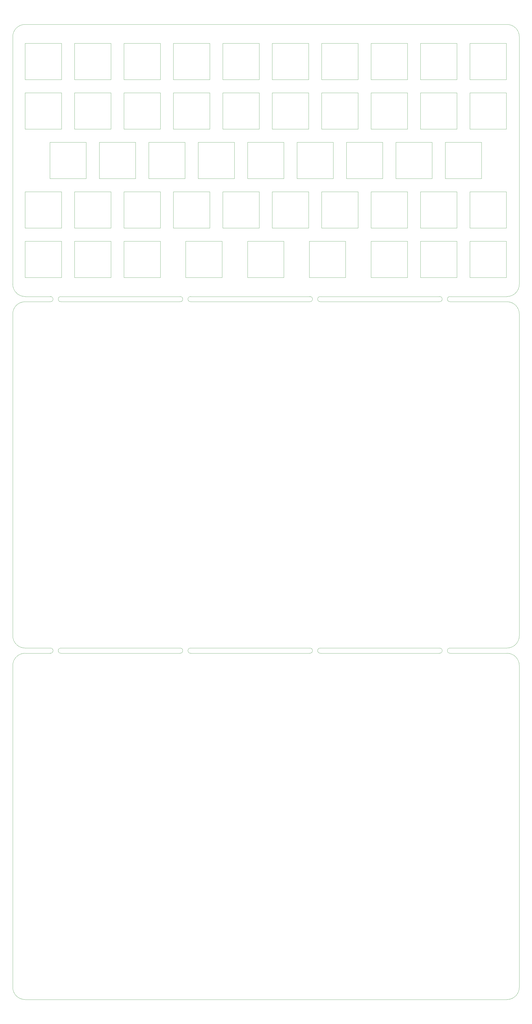
<source format=gm1>
G04 #@! TF.GenerationSoftware,KiCad,Pcbnew,8.0.6*
G04 #@! TF.CreationDate,2024-11-17T02:17:28-07:00*
G04 #@! TF.ProjectId,framework,6672616d-6577-46f7-926b-2e6b69636164,1*
G04 #@! TF.SameCoordinates,Original*
G04 #@! TF.FileFunction,Profile,NP*
%FSLAX46Y46*%
G04 Gerber Fmt 4.6, Leading zero omitted, Abs format (unit mm)*
G04 Created by KiCad (PCBNEW 8.0.6) date 2024-11-17 02:17:28*
%MOMM*%
%LPD*%
G01*
G04 APERTURE LIST*
G04 #@! TA.AperFunction,Profile*
%ADD10C,0.050000*%
G04 #@! TD*
G04 APERTURE END LIST*
D10*
X91567875Y-450528625D02*
X91567875Y-326703625D01*
X282067875Y-455291125D02*
X96330375Y-455291125D01*
X260105375Y-321941125D02*
X282067875Y-321941125D01*
X260105375Y-186591125D02*
X282067875Y-186591125D01*
X260105375Y-319941125D02*
X282067875Y-319941125D01*
X260105375Y-184591125D02*
X282067875Y-184591125D01*
X106105375Y-321941125D02*
X96330375Y-321941125D01*
X96330375Y-319941125D02*
X106105375Y-319941125D01*
X96330375Y-186591125D02*
X106105375Y-186591125D01*
X96330375Y-184591125D02*
X106105375Y-184591125D01*
X243680375Y-177303625D02*
X243680375Y-163303625D01*
X229680375Y-177303625D02*
X243680375Y-177303625D01*
X243680375Y-163303625D02*
X229680375Y-163303625D01*
X229680375Y-163303625D02*
X229680375Y-177303625D01*
X219867875Y-177303625D02*
X219867875Y-163303625D01*
X205867875Y-177303625D02*
X219867875Y-177303625D01*
X219867875Y-163303625D02*
X205867875Y-163303625D01*
X205867875Y-163303625D02*
X205867875Y-177303625D01*
X196055375Y-177303625D02*
X196055375Y-163303625D01*
X182055375Y-177303625D02*
X196055375Y-177303625D01*
X196055375Y-163303625D02*
X182055375Y-163303625D01*
X182055375Y-163303625D02*
X182055375Y-177303625D01*
X210105375Y-319941125D02*
X256105375Y-319941125D01*
X210105375Y-321941125D02*
X256105375Y-321941125D01*
X160105375Y-319941125D02*
X206105375Y-319941125D01*
X160105375Y-321941125D02*
X206105375Y-321941125D01*
X110105375Y-319941125D02*
X156105375Y-319941125D01*
X110105375Y-321941125D02*
X156105375Y-321941125D01*
X106105375Y-319941125D02*
G75*
G02*
X106105375Y-321941125I0J-1000000D01*
G01*
X110105375Y-321941125D02*
G75*
G02*
X110105375Y-319941125I0J1000000D01*
G01*
X156105375Y-319941125D02*
G75*
G02*
X156105375Y-321941125I0J-1000000D01*
G01*
X160105375Y-321941125D02*
G75*
G02*
X160105375Y-319941125I0J1000000D01*
G01*
X206105375Y-319941125D02*
G75*
G02*
X206105375Y-321941125I0J-1000000D01*
G01*
X210105375Y-321941125D02*
G75*
G02*
X210105375Y-319941125I0J1000000D01*
G01*
X256105375Y-319941125D02*
G75*
G02*
X256105375Y-321941125I0J-1000000D01*
G01*
X260105375Y-321941125D02*
G75*
G02*
X260105375Y-319941125I0J1000000D01*
G01*
X210105375Y-184591125D02*
X256105375Y-184591125D01*
X210105375Y-186591125D02*
X256105375Y-186591125D01*
X160105375Y-184591125D02*
X206105375Y-184591125D01*
X160105375Y-186591125D02*
X206105375Y-186591125D01*
X110105375Y-184591125D02*
X156105375Y-184591125D01*
X110105375Y-186591125D02*
X156105375Y-186591125D01*
X106105375Y-184591125D02*
G75*
G02*
X106105375Y-186591125I0J-1000000D01*
G01*
X110105375Y-186591125D02*
G75*
G02*
X110105375Y-184591125I0J1000000D01*
G01*
X156105375Y-184591125D02*
G75*
G02*
X156105375Y-186591125I0J-1000000D01*
G01*
X160105375Y-186591125D02*
G75*
G02*
X160105375Y-184591125I0J1000000D01*
G01*
X206105375Y-184591125D02*
G75*
G02*
X206105375Y-186591125I0J-1000000D01*
G01*
X210105375Y-186591125D02*
G75*
G02*
X210105375Y-184591125I0J1000000D01*
G01*
X256105375Y-184591125D02*
G75*
G02*
X256105375Y-186591125I0J-1000000D01*
G01*
X260105375Y-186591125D02*
G75*
G02*
X260105375Y-184591125I0J1000000D01*
G01*
X262730375Y-177303625D02*
X262730375Y-163303625D01*
X248730375Y-177303625D02*
X262730375Y-177303625D01*
X262730375Y-163303625D02*
X248730375Y-163303625D01*
X248730375Y-163303625D02*
X248730375Y-177303625D01*
X281780375Y-177303625D02*
X281780375Y-163303625D01*
X267780375Y-177303625D02*
X281780375Y-177303625D01*
X281780375Y-163303625D02*
X267780375Y-163303625D01*
X267780375Y-163303625D02*
X267780375Y-177303625D01*
X167480375Y-120153625D02*
X167480375Y-106153625D01*
X153480375Y-120153625D02*
X167480375Y-120153625D01*
X167480375Y-106153625D02*
X153480375Y-106153625D01*
X153480375Y-106153625D02*
X153480375Y-120153625D01*
X177005375Y-139203625D02*
X177005375Y-125203625D01*
X163005375Y-139203625D02*
X177005375Y-139203625D01*
X177005375Y-125203625D02*
X163005375Y-125203625D01*
X163005375Y-125203625D02*
X163005375Y-139203625D01*
X167480375Y-158253625D02*
X167480375Y-144253625D01*
X153480375Y-158253625D02*
X167480375Y-158253625D01*
X167480375Y-144253625D02*
X153480375Y-144253625D01*
X153480375Y-144253625D02*
X153480375Y-158253625D01*
X281780375Y-87103625D02*
X267780375Y-87103625D01*
X281780375Y-101103625D02*
X281780375Y-87103625D01*
X267780375Y-87103625D02*
X267780375Y-101103625D01*
X229680375Y-101103625D02*
X243680375Y-101103625D01*
X239205375Y-139203625D02*
X253205375Y-139203625D01*
X248730375Y-101103625D02*
X262730375Y-101103625D01*
X243680375Y-106153625D02*
X229680375Y-106153625D01*
X229680375Y-144253625D02*
X229680375Y-158253625D01*
X243680375Y-158253625D02*
X243680375Y-144253625D01*
X253205375Y-139203625D02*
X253205375Y-125203625D01*
X239205375Y-125203625D02*
X239205375Y-139203625D01*
X229680375Y-158253625D02*
X243680375Y-158253625D01*
X229680375Y-87103625D02*
X229680375Y-101103625D01*
X243680375Y-87103625D02*
X229680375Y-87103625D01*
X243680375Y-101103625D02*
X243680375Y-87103625D01*
X262730375Y-120153625D02*
X262730375Y-106153625D01*
X229680375Y-106153625D02*
X229680375Y-120153625D01*
X262730375Y-101103625D02*
X262730375Y-87103625D01*
X243680375Y-120153625D02*
X243680375Y-106153625D01*
X248730375Y-120153625D02*
X262730375Y-120153625D01*
X229680375Y-120153625D02*
X243680375Y-120153625D01*
X253205375Y-125203625D02*
X239205375Y-125203625D01*
X248730375Y-87103625D02*
X248730375Y-101103625D01*
X262730375Y-87103625D02*
X248730375Y-87103625D01*
X243680375Y-144253625D02*
X229680375Y-144253625D01*
X258255375Y-139203625D02*
X272255375Y-139203625D01*
X267780375Y-101103625D02*
X281780375Y-101103625D01*
X267780375Y-106153625D02*
X267780375Y-120153625D01*
X281780375Y-106153625D02*
X267780375Y-106153625D01*
X267780375Y-120153625D02*
X281780375Y-120153625D01*
X267780375Y-144253625D02*
X267780375Y-158253625D01*
X248730375Y-158253625D02*
X262730375Y-158253625D01*
X281780375Y-120153625D02*
X281780375Y-106153625D01*
X262730375Y-158253625D02*
X262730375Y-144253625D01*
X281780375Y-158253625D02*
X281780375Y-144253625D01*
X281780375Y-144253625D02*
X267780375Y-144253625D01*
X262730375Y-106153625D02*
X248730375Y-106153625D01*
X267780375Y-158253625D02*
X281780375Y-158253625D01*
X262730375Y-144253625D02*
X248730375Y-144253625D01*
X258255375Y-125203625D02*
X258255375Y-139203625D01*
X272255375Y-139203625D02*
X272255375Y-125203625D01*
X248730375Y-144253625D02*
X248730375Y-158253625D01*
X272255375Y-125203625D02*
X258255375Y-125203625D01*
X248730375Y-106153625D02*
X248730375Y-120153625D01*
X224630375Y-87103625D02*
X210630375Y-87103625D01*
X224630375Y-101103625D02*
X224630375Y-87103625D01*
X210630375Y-87103625D02*
X210630375Y-101103625D01*
X172530375Y-101103625D02*
X186530375Y-101103625D01*
X182055375Y-139203625D02*
X196055375Y-139203625D01*
X191580375Y-101103625D02*
X205580375Y-101103625D01*
X186530375Y-106153625D02*
X172530375Y-106153625D01*
X172530375Y-144253625D02*
X172530375Y-158253625D01*
X186530375Y-158253625D02*
X186530375Y-144253625D01*
X196055375Y-139203625D02*
X196055375Y-125203625D01*
X182055375Y-125203625D02*
X182055375Y-139203625D01*
X172530375Y-158253625D02*
X186530375Y-158253625D01*
X172530375Y-87103625D02*
X172530375Y-101103625D01*
X186530375Y-87103625D02*
X172530375Y-87103625D01*
X186530375Y-101103625D02*
X186530375Y-87103625D01*
X205580375Y-120153625D02*
X205580375Y-106153625D01*
X172530375Y-106153625D02*
X172530375Y-120153625D01*
X205580375Y-101103625D02*
X205580375Y-87103625D01*
X186530375Y-120153625D02*
X186530375Y-106153625D01*
X191580375Y-120153625D02*
X205580375Y-120153625D01*
X172530375Y-120153625D02*
X186530375Y-120153625D01*
X196055375Y-125203625D02*
X182055375Y-125203625D01*
X191580375Y-87103625D02*
X191580375Y-101103625D01*
X205580375Y-87103625D02*
X191580375Y-87103625D01*
X186530375Y-144253625D02*
X172530375Y-144253625D01*
X201105375Y-139203625D02*
X215105375Y-139203625D01*
X220155375Y-125203625D02*
X220155375Y-139203625D01*
X210630375Y-101103625D02*
X224630375Y-101103625D01*
X210630375Y-106153625D02*
X210630375Y-120153625D01*
X224630375Y-106153625D02*
X210630375Y-106153625D01*
X210630375Y-120153625D02*
X224630375Y-120153625D01*
X220155375Y-139203625D02*
X234155375Y-139203625D01*
X210630375Y-144253625D02*
X210630375Y-158253625D01*
X191580375Y-158253625D02*
X205580375Y-158253625D01*
X224630375Y-120153625D02*
X224630375Y-106153625D01*
X234155375Y-125203625D02*
X220155375Y-125203625D01*
X205580375Y-158253625D02*
X205580375Y-144253625D01*
X224630375Y-158253625D02*
X224630375Y-144253625D01*
X234155375Y-139203625D02*
X234155375Y-125203625D01*
X224630375Y-144253625D02*
X210630375Y-144253625D01*
X205580375Y-106153625D02*
X191580375Y-106153625D01*
X210630375Y-158253625D02*
X224630375Y-158253625D01*
X205580375Y-144253625D02*
X191580375Y-144253625D01*
X201105375Y-125203625D02*
X201105375Y-139203625D01*
X215105375Y-139203625D02*
X215105375Y-125203625D01*
X191580375Y-144253625D02*
X191580375Y-158253625D01*
X215105375Y-125203625D02*
X201105375Y-125203625D01*
X191580375Y-106153625D02*
X191580375Y-120153625D01*
X153480375Y-87103625D02*
X153480375Y-101103625D01*
X167480375Y-87103625D02*
X153480375Y-87103625D01*
X167480375Y-101103625D02*
X167480375Y-87103625D01*
X153480375Y-101103625D02*
X167480375Y-101103625D01*
X134430375Y-87103625D02*
X134430375Y-101103625D01*
X148430375Y-87103625D02*
X134430375Y-87103625D01*
X148430375Y-101103625D02*
X148430375Y-87103625D01*
X134430375Y-101103625D02*
X148430375Y-101103625D01*
X134430375Y-106153625D02*
X134430375Y-120153625D01*
X148430375Y-106153625D02*
X134430375Y-106153625D01*
X148430375Y-120153625D02*
X148430375Y-106153625D01*
X134430375Y-120153625D02*
X148430375Y-120153625D01*
X143955375Y-125203625D02*
X143955375Y-139203625D01*
X157955375Y-125203625D02*
X143955375Y-125203625D01*
X157955375Y-139203625D02*
X157955375Y-125203625D01*
X143955375Y-139203625D02*
X157955375Y-139203625D01*
X134430375Y-144253625D02*
X134430375Y-158253625D01*
X148430375Y-144253625D02*
X134430375Y-144253625D01*
X148430375Y-158253625D02*
X148430375Y-144253625D01*
X134430375Y-158253625D02*
X148430375Y-158253625D01*
X115380375Y-144253625D02*
X115380375Y-158253625D01*
X129380375Y-144253625D02*
X115380375Y-144253625D01*
X129380375Y-158253625D02*
X129380375Y-144253625D01*
X115380375Y-158253625D02*
X129380375Y-158253625D01*
X124905375Y-125203625D02*
X124905375Y-139203625D01*
X138905375Y-125203625D02*
X124905375Y-125203625D01*
X138905375Y-139203625D02*
X138905375Y-125203625D01*
X124905375Y-139203625D02*
X138905375Y-139203625D01*
X115380375Y-106153625D02*
X115380375Y-120153625D01*
X129380375Y-106153625D02*
X115380375Y-106153625D01*
X129380375Y-120153625D02*
X129380375Y-106153625D01*
X115380375Y-120153625D02*
X129380375Y-120153625D01*
X115380375Y-87103625D02*
X115380375Y-101103625D01*
X129380375Y-87103625D02*
X115380375Y-87103625D01*
X129380375Y-101103625D02*
X129380375Y-87103625D01*
X115380375Y-101103625D02*
X129380375Y-101103625D01*
X96330375Y-87103625D02*
X96330375Y-101103625D01*
X110330375Y-87103625D02*
X96330375Y-87103625D01*
X110330375Y-101103625D02*
X110330375Y-87103625D01*
X96330375Y-101103625D02*
X110330375Y-101103625D01*
X96330375Y-106153625D02*
X96330375Y-120153625D01*
X110330375Y-106153625D02*
X96330375Y-106153625D01*
X110330375Y-120153625D02*
X110330375Y-106153625D01*
X96330375Y-120153625D02*
X110330375Y-120153625D01*
X105855375Y-125203625D02*
X105855375Y-139203625D01*
X119855375Y-125203625D02*
X105855375Y-125203625D01*
X119855375Y-139203625D02*
X119855375Y-125203625D01*
X105855375Y-139203625D02*
X119855375Y-139203625D01*
X96330375Y-144253625D02*
X96330375Y-158253625D01*
X110330375Y-144253625D02*
X96330375Y-144253625D01*
X110330375Y-158253625D02*
X110330375Y-144253625D01*
X96330375Y-158253625D02*
X110330375Y-158253625D01*
X134430375Y-163303625D02*
X134430375Y-177303625D01*
X148430375Y-163303625D02*
X134430375Y-163303625D01*
X148430375Y-177303625D02*
X148430375Y-163303625D01*
X134430375Y-177303625D02*
X148430375Y-177303625D01*
X115380375Y-163303625D02*
X115380375Y-177303625D01*
X129380375Y-163303625D02*
X115380375Y-163303625D01*
X129380375Y-177303625D02*
X129380375Y-163303625D01*
X115380375Y-177303625D02*
X129380375Y-177303625D01*
X96330375Y-163303625D02*
X96330375Y-177303625D01*
X110330375Y-163303625D02*
X96330375Y-163303625D01*
X110330375Y-177303625D02*
X110330375Y-163303625D01*
X96330375Y-177303625D02*
X110330375Y-177303625D01*
X286830375Y-450528625D02*
G75*
G02*
X282067875Y-455291125I-4762500J0D01*
G01*
X96330375Y-455291125D02*
G75*
G02*
X91567875Y-450528625I0J4762500D01*
G01*
X282067875Y-321941125D02*
G75*
G02*
X286830375Y-326703625I0J-4762500D01*
G01*
X91567875Y-326703625D02*
G75*
G02*
X96330375Y-321941125I4762500J0D01*
G01*
X96330375Y-184591125D02*
G75*
G02*
X91567875Y-179828625I0J4762500D01*
G01*
X286830375Y-315178625D02*
X286830375Y-191353625D01*
X91567875Y-191353625D02*
X91567875Y-315178625D01*
X91567875Y-191353625D02*
G75*
G02*
X96330375Y-186591125I4762500J0D01*
G01*
X282067875Y-186591125D02*
G75*
G02*
X286830375Y-191353625I0J-4762500D01*
G01*
X286830375Y-315178625D02*
G75*
G02*
X282067875Y-319941125I-4762500J0D01*
G01*
X96330375Y-319941125D02*
G75*
G02*
X91567875Y-315178625I0J4762500D01*
G01*
X286830375Y-179828625D02*
G75*
G02*
X282067875Y-184591125I-4762500J0D01*
G01*
X172242875Y-177303625D02*
X172242875Y-163303625D01*
X172242875Y-163303625D02*
X158242875Y-163303625D01*
X158242875Y-163303625D02*
X158242875Y-177303625D01*
X158242875Y-177303625D02*
X172242875Y-177303625D01*
X286830375Y-326703625D02*
X286830375Y-450528625D01*
X91567875Y-84578625D02*
G75*
G02*
X96330375Y-79816125I4762500J0D01*
G01*
X96330375Y-79816125D02*
X282067875Y-79816125D01*
X282067875Y-79816125D02*
G75*
G02*
X286830375Y-84578625I0J-4762500D01*
G01*
X91567875Y-179828625D02*
X91567875Y-84578625D01*
X286830375Y-84578625D02*
X286830375Y-179828625D01*
M02*

</source>
